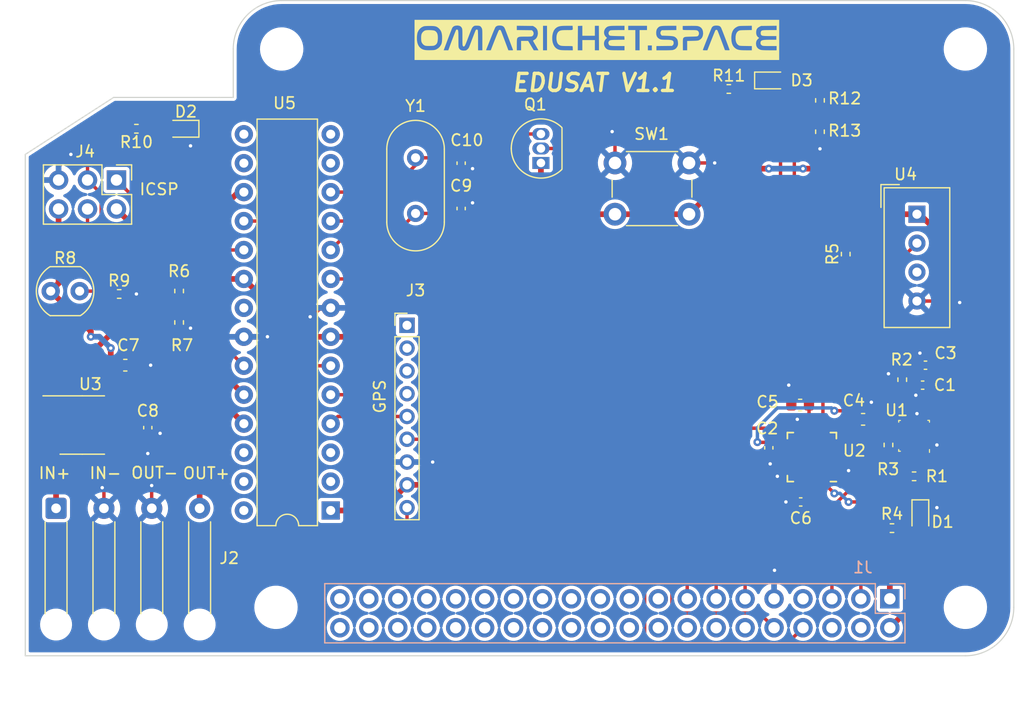
<source format=kicad_pcb>
(kicad_pcb (version 20211014) (generator pcbnew)
  (layers (0 "F.Cu" signal) (31 "B.Cu" power) (34 "B.Paste" user) (35 "F.Paste" user) (36 "B.SilkS" user "B.Silkscreen") (37 "F.SilkS" user "F.Silkscreen") (38 "B.Mask" user) (39 "F.Mask" user) (44 "Edge.Cuts" user))
  (net 0 "")
  (net 1 "+3V3")
  (net 2 "Net-(C5-Pad2)")
  (net 3 "RESET")
  (net 4 "13")
  (net 5 "/pwrled")
  (net 6 "/ardled")
  (net 7 "Net-(D3-Pad1)")
  (net 8 "TXD")
  (net 9 "SDA")
  (net 11 "SCL")
  (net 14 "RXD")
  (net 15 "INT")
  (net 17 "ADO")
  (net 20 "DHTOUT")
  (net 30 "Net-(C6-Pad1)")
  (net 44 "OP")
  (net 45 "IP")
  (net 50 "TX2")
  (net 51 "RX2")
  (net 52 "PPS")
  (net 53 "MOSI")
  (net 54 "MISO")
  (net 55 "RX")
  (net 56 "A1")
  (net 57 "A0")
  (net 58 "TX")
  (net 72 "A2")
  (net 84 "GND")
  (net 86 "/xtal1")
  (net 87 "/xtal2")
  (net 88 "/base")
  (net 89 "/SDO")
  (net 90 "/filter")
  (footprint "Resistor_SMD:R_0402_1005Metric" (layer "F.Cu") (at 175.34 92.56 90)
    (fp_text reference "R5")
    (fp_text value "4k7")
  )
  (footprint "Capacitor_SMD:C_0402_1005Metric" (layer "F.Cu") (at 141.59 84.58 -90)
    (fp_text reference "C10")
    (fp_text value "22pF")
  )
  (footprint "Resistor_SMD:R_0402_1005Metric" (layer "F.Cu") (at 181.34 112.06)
    (fp_text reference "R1")
    (fp_text value "4k7")
  )
  (footprint "Sensor_Motion:InvenSense_QFN-24_4x4mm_P0.5mm" (layer "F.Cu") (at 172.37 110.3725 180)
    (fp_text reference "U2")
    (fp_text value "MPU-6050")
  )
  (footprint "Resistor_SMD:R_0402_1005Metric" (layer "F.Cu") (at 116.84 95.8 -90)
    (fp_text reference "R6")
    (fp_text value "30k")
  )
  (footprint "Connector_PinHeader_2.00mm:PinHeader_1x09_P2.00mm_Vertical" (layer "F.Cu") (at 136.84 98.81)
    (fp_text reference "J3")
    (fp_text value "Conn_01x09_Male")
  )
  (footprint "Resistor_SMD:R_0402_1005Metric" (layer "F.Cu") (at 173.08 81.82 90)
    (fp_text reference "R13")
    (fp_text value "10k")
  )
  (footprint "Capacitor_SMD:C_0402_1005Metric" (layer "F.Cu") (at 182.34 102.31 180)
    (fp_text reference "C3")
    (fp_text value "100nF")
  )
  (footprint "MountingHole:MountingHole_3.2mm_M3" (layer "F.Cu") (at 185.84 74.56)
    (fp_text reference "H4" hide)
    (fp_text value "MountingHole")
  )
  (footprint "Package_SO:SOIC-8_3.9x4.9mm_P1.27mm" (layer "F.Cu") (at 108.34 107.56)
    (fp_text reference "U3")
    (fp_text value "ACS712xLCTR-05B")
  )
  (footprint "LED_SMD:LED_0603_1608Metric" (layer "F.Cu") (at 117.09 81.56 180)
    (fp_text reference "D2")
    (fp_text value "LED")
  )
  (footprint "Capacitor_SMD:C_0402_1005Metric" (layer "F.Cu") (at 171.39 114.31 180)
    (fp_text reference "C6")
    (fp_text value "2.2nF")
  )
  (footprint "Resistor_SMD:R_0402_1005Metric" (layer "F.Cu") (at 165.08 78.07)
    (fp_text reference "R11")
    (fp_text value "10k")
  )
  (footprint "Capacitor_SMD:C_0603_1608Metric" (layer "F.Cu") (at 171.34 105.81)
    (fp_text reference "C5")
    (fp_text value "0.1uF")
  )
  (footprint "MountingHole:MountingHole_3.2mm_M3" (layer "F.Cu") (at 185.84 123.56)
    (fp_text reference "H1" hide)
    (fp_text value "MountingHole")
  )
  (footprint "MountingHole:MountingHole_3.2mm_M3" (layer "F.Cu") (at 125.84 74.56)
    (fp_text reference "H3" hide)
    (fp_text value "MountingHole")
  )
  (footprint "OptoDevice:R_LDR_4.9x4.2mm_P2.54mm_Vertical" (layer "F.Cu") (at 105.57 95.81)
    (fp_text reference "R8")
    (fp_text value "R_Photo")
  )
  (footprint "Resistor_SMD:R_0402_1005Metric" (layer "F.Cu") (at 180.3 103.58 90)
    (fp_text reference "R2")
    (fp_text value "4k7")
  )
  (footprint "Button_Switch_THT:SW_PUSH_6mm" (layer "F.Cu") (at 155.09 84.56)
    (fp_text reference "SW1")
    (fp_text value "SW_Push")
  )
  (footprint "Capacitor_SMD:C_0402_1005Metric" (layer "F.Cu") (at 114.09 107.79 -90)
    (fp_text reference "C8")
    (fp_text value "1nF")
  )
  (footprint "LOGO" (layer "F.Cu") (at 153.5 73.75)
    (fp_text reference "G***" hide)
    (fp_text value "LOGO" hide)
  )
  (footprint "Diode_SMD:D_0603_1608Metric" (layer "F.Cu") (at 168.83 77.32)
    (fp_text reference "D3")
    (fp_text value "D")
  )
  (footprint "Capacitor_SMD:C_0402_1005Metric" (layer "F.Cu") (at 168.59 109.56 90)
    (fp_text reference "C2")
    (fp_text value "10nF")
  )
  (footprint "Package_TO_SOT_THT:TO-92_Inline" (layer "F.Cu") (at 148.59 84.56 90)
    (fp_text reference "Q1")
    (fp_text value "BC547")
  )
  (footprint "Resistor_SMD:R_0402_1005Metric" (layer "F.Cu") (at 113.09 81.56 180)
    (fp_text reference "R10")
    (fp_text value "330")
  )
  (footprint "Crystal:Crystal_HC49-4H_Vertical" (layer "F.Cu") (at 137.59 84.11 -90)
    (fp_text reference "Y1")
    (fp_text value "Crystal")
  )
  (footprint "Package_LGA:Bosch_LGA-8_2.5x2.5mm_P0.65mm_ClockwisePinNumbering" (layer "F.Cu") (at 181.34 108.51 180)
    (fp_text reference "U1")
    (fp_text value "BME280")
  )
  (footprint "Package_DIP:DIP-28_W7.62mm" (layer "F.Cu") (at 130.14 115.06 180)
    (fp_text reference "U5")
    (fp_text value "ATmega328P-P")
  )
  (footprint "LED_SMD:LED_0603_1608Metric" (layer "F.Cu") (at 181.89 115.61 -90)
    (fp_text reference "D1")
    (fp_text value "LED")
  )
  (footprint "MountingHole:MountingHole_3.2mm_M3" (layer "F.Cu") (at 125.34 123.56)
    (fp_text reference "H2" hide)
    (fp_text value "MountingHole")
  )
  (footprint "Resistor_SMD:R_0402_1005Metric" (layer "F.Cu") (at 179.4 116.61 180)
    (fp_text reference "R4")
    (fp_text value "330")
  )
  (footprint "Connector_Wire:SolderWire-0.25sqmm_1x04_P4.2mm_D0.65mm_OD1.7mm_Relief" (layer "F.Cu") (at 106.04 114.87)
    (fp_text reference "J2")
    (fp_text value "Conn_01x04_Male")
  )
  (footprint "Resistor_SMD:R_0402_1005Metric" (layer "F.Cu") (at 173.08 79.07 90)
    (fp_text reference "R12")
    (fp_text value "20k")
  )
  (footprint "Capacitor_SMD:C_0603_1608Metric" (layer "F.Cu") (at 112.115 102.31 180)
    (fp_text reference "C7")
    (fp_text value "0.1uF")
  )
  (footprint "Resistor_SMD:R_0402_1005Metric" (layer "F.Cu") (at 116.84 98.56 -90)
    (fp_text reference "R7")
    (fp_text value "7k5")
  )
  (footprint "Sensor:Aosong_DHT11_5.5x12.0_P2.54mm" (layer "F.Cu") (at 181.59 89.06)
    (fp_text reference "U4")
    (fp_text value "DHT11")
  )
  (footprint "Capacitor_SMD:C_0402_1005Metric" (layer "F.Cu") (at 182.09 104.06 180)
    (fp_text reference "C1")
    (fp_text value "100nF")
  )
  (footprint "Connector_PinHeader_2.54mm:PinHeader_2x03_P2.54mm_Vertical" (layer "F.Cu") (at 111.34 86.06 -90)
    (fp_text reference "J4")
    (fp_text value "Conn_02x03_Odd_Even")
  )
  (footprint "Capacitor_SMD:C_0402_1005Metric" (layer "F.Cu") (at 141.59 88.56 90)
    (fp_text reference "C9")
    (fp_text value "22pF")
  )
  (footprint "Resistor_SMD:R_0402_1005Metric" (layer "F.Cu") (at 179.09 109.31 90)
    (fp_text reference "R3")
    (fp_text value "4k7")
  )
  (footprint "Resistor_SMD:R_0402_1005Metric" (layer "F.Cu") (at 111.58 96.06)
    (fp_text reference "R9")
    (fp_text value "10k")
  )
  (footprint "Capacitor_SMD:C_0603_1608Metric" (layer "F.Cu") (at 176.865 107.06)
    (fp_text reference "C4")
    (fp_text value "0.1uF")
  )
  (footprint "Connector_PinSocket_2.54mm:PinSocket_2x20_P2.54mm_Vertical" (layer "B.Cu") (at 179.21 122.81 90)
    (fp_text reference "J1")
    (fp_text value "Conn_02x20_Odd_Even")
  )
  (gr_line (start 120.34 78.81) (end 121.59 78.81) (layer "Edge.Cuts") (width 0.1))
  (gr_line (start 185.84 127.81) (end 103.34 127.81) (layer "Edge.Cuts") (width 0.1))
  (gr_line (start 125.84 70.31) (end 185.84 70.31) (layer "Edge.Cuts") (width 0.1))
  (gr_arc (start 190.09 123.56) (mid 188.845204 126.565204) (end 185.84 127.81) (layer "Edge.Cuts") (width 0.1))
  (gr_line (start 103.34 127.81) (end 103.34 83.81) (layer "Edge.Cuts") (width 0.1))
  (gr_arc (start 185.84 70.31) (mid 188.845204 71.554796) (end 190.09 74.56) (layer "Edge.Cuts") (width 0.1))
  (gr_line (start 103.34 83.81) (end 111.09 78.81) (layer "Edge.Cuts") (width 0.1))
  (gr_arc (start 121.59 74.56) (mid 122.834796 71.554796) (end 125.84 70.31) (layer "Edge.Cuts") (width 0.1))
  (gr_line (start 111.09 78.81) (end 120.34 78.81) (layer "Edge.Cuts") (width 0.1))
  (gr_line (start 121.59 74.56) (end 121.59 78.81) (layer "Edge.Cuts") (width 0.1))
  (gr_line (start 190.09 123.56) (end 190.09 74.56) (layer "Edge.Cuts") (width 0.1))
  (gr_text "IN-" (at 110.37 111.78) (layer "F.SilkS") (effects (font (size 1 1))))
  (gr_text "ICSP" (at 115.09 86.87) (layer "F.SilkS") (effects (font (size 1 1))))
  (gr_text "GPS" (at 134.45 105.06 90) (layer "F.SilkS") (effects (font (size 1 1))))
  (gr_text "OUT+" (at 119.23 111.79) (layer "F.SilkS") (effects (font (size 1 1))))
  (gr_text "OUT-" (at 114.69 111.75) (layer "F.SilkS") (effects (font (size 1 1))))
  (gr_text "EDUSAT V1.1" (at 153.27 77.52) (layer "F.SilkS") (effects (font (size 1.5 1.5) (thickness 0.3) italic)))
  (gr_text "IN+" (at 105.91 111.78) (layer "F.SilkS") (effects (font (size 1 1))))
  (segment (start 178.89 116.61) (end 178.89 115.01) (width 0.5) (layer "F.Cu") (net 1))
  (segment (start 179.09 108.8) (end 180.45 108.8) (width 0.5) (layer "F.Cu") (net 1))
  (segment (start 177.33 108.8) (end 179.09 108.8) (width 0.3) (layer "F.Cu") (net 1))
  (segment (start 176.84 108.31) (end 177.33 108.8) (width 0.3) (layer "F.Cu") (net 1))
  (segment (start 176.09 107.06) (end 176.84 107.81) (width 0.3) (layer "F.Cu") (net 1))
  (segment (start 181.015 107.485) (end 181.015 108.235) (width 0.5) (layer "F.Cu") (net 1))
  (segment (start 181.59 89.06) (end 178.33 89.06) (width 0.5) (layer "F.Cu") (net 1))
  (segment (start 186.09 99.56) (end 186.14 99.51) (width 0.5) (layer "F.Cu") (net 1))
  (segment (start 181.665 108.885) (end 181.665 108.735) (width 0.5) (layer "F.Cu") (net 1))
  (segment (start 185.09 99.56) (end 186.09 99.56) (width 0.5) (layer "F.Cu") (net 1))
  (segment (start 178.59 120.81) (end 178.59 116.91) (width 0.5) (layer "F.Cu") (net 1))
  (segment (start 182.82 101.83) (end 185.09 99.56) (width 0.5) (layer "F.Cu") (net 1))
  (segment (start 181.85 112.06) (end 181.665 111.875) (width 0.5) (layer "F.Cu") (net 1))
  (segment (start 182.82 103.81) (end 182.82 102.31) (width 0.5) (layer "F.Cu") (net 1))
  (segment (start 175.34 106.31) (end 176.09 107.06) (width 0.3) (layer "F.Cu") (net 1))
  (segment (start 182.57 104.06) (end 182.82 103.81) (width 0.5) (layer "F.Cu") (net 1))
  (segment (start 168.59 109.08) (end 167.61 109.08) (width 0.3) (layer "F.Cu") (net 1))
  (segment (start 181.665 111.875) (end 181.665 109.535) (width 0.5) (layer "F.Cu") (net 1))
  (segment (start 178.33 89.06) (end 175.34 92.05) (width 0.5) (layer "F.Cu") (net 1))
  (segment (start 181.84 89.06) (end 181.59 89.06) (width 0.5) (layer "F.Cu") (net 1))
  (segment (start 178.59 116.91) (end 178.89 116.61) (width 0.5) (layer "F.Cu") (net 1))
  (segment (start 167.61 109.08) (end 167.59 109.06) (width 0.3) (layer "F.Cu") (net 1))
  (segment (start 175.84 107.31) (end 176.09 107.06) (width 0.3) (layer "F.Cu") (net 1))
  (segment (start 168.59 109.08) (end 170.3775 109.08) (width 0.3) (layer "F.Cu") (net 1))
  (segment (start 178.89 115.01) (end 180.59 113.31) (width 0.5) (layer "F.Cu") (net 1))
  (segment (start 186.14 93.36) (end 181.84 89.06) (width 0.5) (layer "F.Cu") (net 1))
  (segment (start 180.45 108.8) (end 181.015 108.235) (width 0.5) (layer "F.Cu") (net 1))
  (segment (start 173.12 108.4225) (end 173.12 107.53) (width 0.3) (layer "F.Cu") (net 1))
  (segment (start 182.57 104.06) (end 182.57 107.23) (width 0.5) (layer "F.Cu") (net 1))
  (segment (start 181.665 108.735) (end 182.315 108.085) (width 0.5) (layer "F.Cu") (net 1))
  (segment (start 186.14 99.51) (end 186.14 93.36) (width 0.5) (layer "F.Cu") (net 1))
  (segment (start 170.3775 109.08) (end 170.42 109.1225) (width 0.3) (layer "F.Cu") (net 1))
  (segment (start 173.34 107.31) (end 175.84 107.31) (width 0.3) (layer "F.Cu") (net 1))
  (segment (start 179.21 122.81) (end 179.21 121.43) (width 0.5) (layer "F.Cu") (net 1))
  (segment (start 181.84 113.31) (end 181.85 113.3) (width 0.5) (layer "F.Cu") (net 1))
  (segment (start 182.57 107.23) (end 182.315 107.485) (width 0.5) (layer "F.Cu") (net 1))
  (segment (start 179.21 121.43) (end 178.59 120.81) (width 0.5) (layer "F.Cu") (net 1))
  (segment (start 181.85 113.3) (end 181.85 112.06) (width 0.5) (layer "F.Cu") (net 1))
  (segment (start 173.12 107.53) (end 173.34 107.31) (width 0.3) (layer "F.Cu") (net 1))
  (segment (start 176.84 107.81) (end 176.84 108.31) (width 0.3) (layer "F.Cu") (net 1))
  (segment (start 181.665 108.885) (end 181.665 109.535) (width 0.5) (layer "F.Cu") (net 1))
  (segment (start 174.34 106.31) (end 175.34 106.31) (width 0.3) (layer "F.Cu") (net 1))
  (segment (start 182.82 102.31) (end 182.82 101.83) (width 0.5) (layer "F.Cu") (net 1))
  (segment (start 181.015 108.235) (end 181.665 108.885) (width 0.5) (layer "F.Cu") (net 1))
  (segment (start 182.315 108.085) (end 182.315 107.485) (width 0.5) (layer "F.Cu") (net 1))
  (segment (start 180.59 113.31) (end 181.84 113.31) (width 0.5) (layer "F.Cu") (net 1))
  (via (at 167.59 109.06) (size 0.7) (drill 0.3) (layers "F.Cu" "B.Cu") (net 1))
  (via (at 174.34 106.31) (size 0.7) (drill 0.3) (layers "F.Cu" "B.Cu") (net 1))
  (segment (start 169.34 106.06) (end 174.09 106.06) (width 0.3) (layer "B.Cu") (net 1))
  (segment (start 167.59 107.81) (end 169.34 106.06) (width 0.3) (layer "B.Cu") (net 1))
  (segment (start 167.59 109.06) (end 167.59 107.81) (width 0.3) (layer "B.Cu") (net 1))
  (segment (start 174.09 106.06) (end 174.34 106.31) (width 0.3) (layer "B.Cu") (net 1))
  (segment (start 172.12 105.815) (end 172.12 108.4225) (width 0.3) (layer "F.Cu") (net 2))
  (segment (start 187.34 87.81) (end 184.59 85.06) (width 0.5) (layer "F.Cu") (net 3))
  (segment (start 165.59 85.06) (end 161.59 89.06) (width 0.5) (layer "F.Cu") (net 3))
  (segment (start 106.26 91.33) (end 106.26 95.12) (width 0.5) (layer "F.Cu") (net 3))
  (segment (start 132.34 99.81) (end 132.59 99.56) (width 0.5) (layer "F.Cu") (net 3))
  (segment (start 179.21 125.35) (end 181.59 122.97) (width 0.5) (layer "F.Cu") (net 3))
  (segment (start 109.09 99.33) (end 109.09 99.81) (width 0.5) (layer "F.Cu") (net 3))
  (segment (start 106.5 91.57) (end 106.26 91.33) (width 0.3) (layer "F.Cu") (net 3))
  (segment (start 110.84 101.81) (end 111.34 102.31) (width 0.5) (layer "F.Cu") (net 3))
  (segment (start 155.09 89.06) (end 148.84 89.06) (width 0.5) (layer "F.Cu") (net 3))
  (segment (start 124.84 97.06) (end 124.84 97.56) (width 0.5) (layer "F.Cu") (net 3))
  (segment (start 108.8 91.38) (end 108.61 91.57) (width 0.3) (layer "F.Cu") (net 3))
  (segment (start 122.52 94.74) (end 120.52 94.74) (width 0.5) (layer "F.Cu") (net 3))
  (segment (start 105.57 95.81) (end 109.09 99.33) (width 0.5) (layer "F.Cu") (net 3))
  (segment (start 148.84 89.06) (end 148.59 88.81) (width 0.5) (layer "F.Cu") (net 3))
  (segment (start 132.59 99.56) (end 132.59 96.56) (width 0.5) (layer "F.Cu") (net 3))
  (segment (start 184.59 85.06) (end 171.59 85.06) (width 0.5) (layer "F.Cu") (net 3))
  (segment (start 108.8 88.6) (end 108.8 91.38) (width 0.3) (layer "F.Cu") (net 3))
  (segment (start 120.52 94.74) (end 119.09 93.31) (width 0.5) (layer "F.Cu") (net 3))
  (segment (start 155.09 89.06) (end 161.59 89.06) (width 0.5) (layer "F.Cu") (net 3))
  (segment (start 168.59 85.06) (end 165.59 85.06) (width 0.5) (layer "F.Cu") (net 3))
  (segment (start 136.84 112.81) (end 141.09 112.81) (width 0.5) (layer "F.Cu") (net 3))
  (segment (start 111.34 105.13) (end 110.815 105.655) (width 0.5) (layer "F.Cu") (net 3))
  (segment (start 124.84 97.56) (end 127.1 99.82) (width 0.5) (layer "F.Cu") (net 3))
  (segment (start 111.34 102.31) (end 111.34 105.13) (width 0.5) (layer "F.Cu") (net 3))
  (segment (start 108.07 93.31) (end 105.57 95.81) (width 0.5) (layer "F.Cu") (net 3))
  (segment (start 143.09 94.81) (end 142.59 94.31) (width 0.5) (layer "F.Cu") (net 3))
  (segment (start 143.09 110.81) (end 143.09 94.81) (width 0.5) (layer "F.Cu") (net 3))
  (segment (start 106.26 95.12) (end 105.57 95.81) (width 0.5) (layer "F.Cu") (net 3))
  (segment (start 108.61 91.57) (end 106.5 91.57) (width 0.3) (layer "F.Cu") (net 3))
  (segment (start 110.84 100.81) (end 110.84 101.81) (width 0.5) (layer "F.Cu") (net 3))
  (segment (start 143.84 94.06) (end 135.34 94.06) (width 0.5) (layer "F.Cu") (net 3))
  (segment (start 127.1 99.82) (end 130.14 99.82) (width 0.5) (layer "F.Cu") (net 3))
  (segment (start 181.59 119.81) (end 187.34 114.06) (width 0.5) (layer "F.Cu") (net 3))
  (segment (start 106.26 88.6) (end 106.26 91.33) (width 0.5) (layer "F.Cu") (net 3))
  (segment (start 148.59 88.81) (end 148.59 89.31) (width 0.5) (layer "F.Cu") (net 3))
  (segment (start 119.09 93.31) (end 108.07 93.31) (width 0.5) (layer "F.Cu") (net 3))
  (segment (start 122.52 94.74) (end 124.84 97.06) (width 0.5) (layer "F.Cu") (net 3))
  (segment (start 134.59 115.06) (end 136.84 112.81) (width 0.5) (layer "F.Cu") (net 3))
  (segment (start 132.59 96.56) (end 135.09 94.06) (width 0.5) (layer "F.Cu") (net 3))
  (segment (start 148.59 84.56) (end 148.59 88.81) (width 0.5) (layer "F.Cu") (net 3))
  (segment (start 132.33 99.82) (end 132.34 99.81) (width 0.5) (layer "F.Cu") (net 3))
  (segment (start 130.14 115.06) (end 134.59 115.06) (width 0.5) (layer "F.Cu") (net 3))
  (segment (start 148.59 89.31) (end 143.84 94.06) (width 0.5) (layer "F.Cu") (net 3))
  (segment (start 141.09 112.81) (end 143.09 110.81) (width 0.5) (layer "F.Cu") (net 3))
  (segment (start 187.34 114.06) (end 187.34 87.81) (width 0.5) (layer "F.Cu") (net 3))
  (segment (start 181.59 122.97) (end 181.59 119.81) (width 0.5) (layer "F.Cu") (net 3))
  (segment (start 130.14 99.82) (end 132.33 99.82) (width 0.5) (layer "F.Cu") (net 3))
  (via (at 110.84 100.81) (size 0.7) (drill 0.3) (layers "F.Cu" "B.Cu") (net 3))
  (via (at 109.09 99.81) (size 0.7) (drill 0.3) (layers "F.Cu" "B.Cu") (net 3))
  (via (at 168.59 85.06) (size 0.7) (drill 0.3) (layers "F.Cu" "B.Cu") (net 3))
  (via (at 171.59 85.06) (size 0.7) (drill 0.3) (layers "F.Cu" "B.Cu") (net 3))
  (segment (start 171.59 85.06) (end 168.59 85.06) (width 0.5) (layer "B.Cu") (net 3))
  (segment (start 109.09 99.81) (end 109.84 99.81) (width 0.5) (layer "B.Cu") (net 3))
  (segment (start 109.84 99.81) (end 110.84 100.81) (width 0.5) (layer "B.Cu") (net 3))
  (segment (start 111.84 81.56) (end 112.58 81.56) (width 0.3) (layer "F.Cu") (net 4))
  (segment (start 120.1 90.97) (end 120.12 90.95) (width 0.3) (layer "F.Cu") (net 4))
  (segment (start 108.8 86.06) (end 110 87.26) (width 0.3) (layer "F.Cu") (net 4))
  (segment (start 121.37 92.2) (end 122.52 92.2) (width 0.3) (layer "F.Cu") (net 4))
  (segment (start 108.8 84.6) (end 111.84 81.56) (width 0.3) (layer "F.Cu") (net 4))
  (segment (start 110.16 90.97) (end 120.1 90.97) (width 0.3) (layer "F.Cu") (net 4))
  (segment (start 120.12 90.95) (end 121.37 92.2) (width 0.3) (layer "F.Cu") (net 4))
  (segment (start 110 90.81) (end 110.16 90.97) (width 0.3) (layer "F.Cu") (net 4))
  (segment (start 110 87.26) (end 110 90.81) (width 0.3) (layer "F.Cu") (net 4))
  (segment (start 108.8 86.06) (end 108.8 84.6) (width 0.3) (layer "F.Cu") (net 4))
  (segment (start 179.91 116.61) (end 181.6775 116.61) (width 0.3) (layer "F.Cu") (net 5))
  (segment (start 181.6775 116.61) (end 181.89 116.3975) (width 0.3) (layer "F.Cu") (net 5))
  (segment (start 113.6 81.56) (end 116.3025 81.56) (width 0.3) (layer "F.Cu") (net 6))
  (segment (start 167.2925 78.07) (end 168.0425 77.32) (width 0.3) (layer "F.Cu") (net 7))
  (segment (start 165.59 78.07) (end 167.2925 78.07) (width 0.3) (layer "F.Cu") (net 7))
  (segment (start 169.6175 86.7825) (end 169.6175 77.32) (width 0.3) (layer "F.Cu") (net 8))
  (segment (start 170.07 126.87) (end 170.07 126.95) (width 0.3) (layer "F.Cu") (net 8))
  (segment (start 157.887845 126.95) (end 157.69 126.752155) (width 0.3) (layer "F.Cu") (net 8))
  (segment (start 157.69 98.71) (end 169.6175 86.7825) (width 0.3) (layer "F.Cu") (net 8))
  (segment (start 170.07 126.95) (end 157.887845 126.95) (width 0.3) (layer "F.Cu") (net 8))
  (segment (start 157.69 126.752155) (end 157.69 98.71) (width 0.3) (layer "F.Cu") (net 8))
  (segment (start 171.59 125.35) (end 170.07 126.87) (width 0.3) (layer "F.Cu") (net 8))
  (segment (start 175.59 114.31) (end 176.715 114.31) (width 0.3) (layer "F.Cu") (net 9))
  (segment (start 176.715 114.31) (end 176.67 114.355) (width 0.3) (layer "F.Cu") (net 9))
  (segment (start 180.83 110.27) (end 181.015 110.085) (width 0.3) (layer "F.Cu") (net 9))
  (segment (start 173.62 112.84) (end 174.34 113.56) (width 0.3) (layer "F.Cu") (net 9))
  (segment (start 176.715 114.31) (end 181.015 110.01) (width 0.3) (layer "F.Cu") (net 9))
  (segment (start 173.62 112.3225) (end 173.62 112.84) (width 0.3) (layer "F.Cu") (net 9))
  (segment (start 181.015 109.535) (end 181.015 110.085) (width 0.3) (layer "F.Cu") (net 9))
  (segment (start 176.67 114.355) (end 176.67 122.81) (width 0.3) (layer "F.Cu") (net 9))
  (segment (start 181.015 110.01) (end 181.015 109.535) (width 0.3) (layer "F.Cu") (net 9))
  (segment (start 180.83 112.06) (end 180.83 110.27) (width 0.3) (layer "F.Cu") (net 9))
  (via (at 175.59 114.31) (size 0.7) (drill 0.3) (layers "F.Cu" "B.Cu") (net 9))
  (via (at 174.34 113.56) (size 0.7) (drill 0.3) (layers "F.Cu" "B.Cu") (net 9))
  (segment (start 174.34 113.56) (end 174.84 113.56) (width 0.3) (layer "B.Cu") (net 9))
  (segment (start 174.84 113.56) (end 175.59 114.31) (width 0.3) (layer "B.Cu") (net 9))
  (segment (start 180.08 109.82) (end 180.365 109.535) (width 0.3) (layer "F.Cu") (net 11))
  (segment (start 179.09 109.82) (end 180.08 109.82) (width 0.3) (layer "F.Cu") (net 11))
  (segment (start 173.34 114.56) (end 173.12 114.34) (width 0.3) (layer "F.Cu") (net 11))
  (segment (start 174.35 114.56) (end 174.13 114.78) (width 0.3) (layer "F.Cu") (net 11))
  (segment (start 174.35 114.56) (end 173.34 114.56) (width 0.3) (layer "F.Cu") (net 11))
  (segment (start 173.12 114.34) (end 173.12 112.3225) (width 0.3) (layer "F.Cu") (net 11))
  (segment (start 174.13 114.78) (end 174.13 122.81) (width 0.3) (layer "F.Cu") (net 11))
  (segment (start 179.09 109.82) (end 174.35 114.56) (width 0.3) (layer "F.Cu") (net 11))
  (segment (start 160.09 97.56) (end 160.09 124.06) (width 0.3) (layer "F.Cu") (net 14))
  (segment (start 171.59 81.31) (end 170.83 82.07) (width 0.3) (layer "F.Cu") (net 14))
  (segment (start 160.09 124.06) (end 167.76 124.06) (width 0.3) (layer "F.Cu") (net 14))
  (segment (start 167.76 124.06) (end 169.05 125.35) (width 0.3) (layer "F.Cu") (net 14))
  (segment (start 173.08 81.31) (end 171.59 81.31) (width 0.3) (layer "F.Cu") (net 14))
  (segment (start 170.83 86.82) (end 160.09 97.56) (width 0.3) (layer "F.Cu") (net 14))
  (segment (start 170.83 82.07) (end 170.83 86.82) (width 0.3) (layer "F.Cu") (net 14))
  (segment (start 173.08 79.58) (end 173.08 81.31) (width 0.3) (layer "F.Cu") (net 14))
  (segment (start 167.06 107.84) (end 171.12 107.84) (width 0.3) (layer "F.Cu") (net 15))
  (segment (start 166.51 108.39) (end 167.06 107.84) (width 0.3) (layer "F.Cu") (net 15))
  (segment (start 166.51 108.39) (end 166.51 122.81) (width 0.3) (layer "F.Cu") (net 15))
  (segment (start 171.12 108.4225) (end 171.12 107.84) (width 0.3) (layer "F.Cu") (net 15))
  (segment (start 173.34 106.81) (end 173.34 101.06) (width 0.3) (layer "F.Cu") (net 17))
  (segment (start 173.09 100.81) (end 166.59 100.81) (width 0.3) (layer "F.Cu") (net 17))
  (segment (start 172.62 106.81) (end 173.34 106.81) (width 0.3) (layer "F.Cu") (net 17))
  (segment (start 166.59 100.81) (end 163.97 103.43) (width 0.3) (layer "F.Cu") (net 17))
  (segment (start 163.97 103.43) (end 163.97 122.81) (width 0.3) (layer "F.Cu") (net 17))
  (segment (start 173.34 101.06) (end 173.09 100.81) (width 0.3) (layer "F.Cu") (net 17))
  (segment (start 172.62 108.4225) (end 172.62 106.81) (width 0.3) (layer "F.Cu") (net 17))
  (segment (start 167.08 93.07) (end 175.34 93.07) (width 0.3) (layer "F.Cu") (net 20))
  (segment (start 175.34 93.07) (end 180.12 93.07) (width 0.3) (layer "F.Cu") (net 20))
  (segment (start 180.12 93.07) (end 181.59 91.6) (width 0.3) (layer "F.Cu") (net 20))
  (segment (start 161.43 122.81) (end 161.43 98.72) (width 0.3) (layer "F.Cu") (net 20))
  (segment (start 161.43 98.72) (end 167.08 93.07) (width 0.3) (layer "F.Cu") (net 20))
  (segment (start 171.59 113.81) (end 171.62 113.78) (width 0.3) (layer "F.Cu") (net 30))
  (segment (start 171.87 114.31) (end 171.87 114.09) (width 0.3) (layer "F.Cu") (net 30))
  (segment (start 171.87 114.09) (end 171.59 113.81) (width 0.3) (layer "F.Cu") (net 30))
  (segment (start 171.62 113.78) (end 171.62 112.81) (width 0.3) (layer "F.Cu") (net 30))
  (segment (start 105.865 108.195) (end 105.865 109.035) (width 0.5) (layer "F.Cu") (net 44))
  (segment (start 107.54 112.01) (end 117.29 112.01) (width 0.5) (layer "F.Cu") (net 44))
  (segment (start 105.865 110.335) (end 107.54 112.01) (width 0.5) (layer "F.Cu") (net 44))
  (segment (start 105.865 109.035) (end 105.84 109.06) (width 0.5) (layer "F.Cu") (net 44))
  (segment (start 117.29 112.01) (end 118.64 113.36) (width 0.5) (layer "F.Cu") (net 44))
  (segment (start 118.64 113.36) (end 118.64 114.87) (width 0.5) (layer "F.Cu") (net 44))
  (segment (start 105.865 109.465) (end 105.865 110.335) (width 0.5) (layer "F.Cu") (net 44))
  (segment (start 105.865 105.655) (end 105.865 104.535) (width 0.5) (layer "F.Cu") (net 45))
  (segment (start 104.09 111.56) (end 104.09 106.81) (width 0.5) (layer "F.Cu") (net 45))
  (segment (start 105.245 105.655) (end 105.865 105.655) (width 0.5) (layer "F.Cu") (net 45))
  (segment (start 105.865 106.925) (end 105.865 105.655) (width 0.5) (layer "F.Cu") (net 45))
  (segment (start 106.04 113.51) (end 104.09 111.56) (width 0.5) (layer "F.Cu") (net 45))
  (segment (start 104.09 106.81) (end 105.245 105.655) (width 0.5) (layer "F.Cu") (net 45))
  (segment (start 115.11 95.29) (end 116.84 95.29) (width 0.5) (layer "F.Cu") (net 45))
  (segment (start 106.04 114.87) (end 106.04 113.51) (width 0.5) (layer "F.Cu") (net 45))
  (segment (start 105.865 104.535) (end 115.11 95.29) (width 0.5) (layer "F.Cu") (net 45))
  (segment (start 136.84 106.81) (end 130.77 106.81) (width 0.3) (layer "F.Cu") (net 50))
  (segment (start 130.77 106.81) (end 130.14 107.44) (width 0.3) (layer "F.Cu") (net 50))
  (segment (start 138.84 108.81) (end 140.09 107.56) (width 0.3) (layer "F.Cu") (net 51))
  (segment (start 133.59 97.56) (end 133.59 103.81) (width 0.3) (layer "F.Cu") (net 51))
  (segment (start 132.5 104.9) (end 130.14 104.9) (width 0.3) (layer "F.Cu") (net 51))
  (segment (start 133.59 103.81) (end 132.5 104.9) (width 0.3) (layer "F.Cu") (net 51))
  (segment (start 136.84 108.81) (end 138.84 108.81) (width 0.3) (layer "F.Cu") (net 51))
  (segment (start 138.84 96.31) (end 134.84 96.31) (width 0.3) (layer "F.Cu") (net 51))
  (segment (start 140.09 97.56) (end 138.84 96.31) (width 0.3) (layer "F.Cu") (net 51))
  (segment (start 140.09 107.56) (end 140.09 97.56) (width 0.3) (layer "F.Cu") (net 51))
  (segment (start 134.84 96.31) (end 133.59 97.56) (width 0.3) (layer "F.Cu") (net 51))
  (segment (start 128.09 102.56) (end 128.29 102.36) (width 0.3) (layer "F.Cu") (net 52))
  (segment (start 136.84 114.81) (end 136.84 117.31) (width 0.3) (layer "F.Cu") (net 52))
  (segment (start 128.09 117.81) (end 128.09 102.56) (width 0.3) (layer "F.Cu") (net 52))
  (segment (start 128.29 102.36) (end 130.14 102.36) (width 0.3) (layer "F.Cu") (net 52))
  (segment (start 136.09 118.06) (end 128.34 118.06) (width 0.3) (layer "F.Cu") (net 52))
  (segment (start 136.84 117.31) (end 136.09 118.06) (width 0.3) (layer "F.Cu") (net 52))
  (segment (start 128.34 118.06) (end 128.09 117.81) (width 0.3) (layer "F.Cu") (net 52))
  (segment (start 122.03 87.12) (end 122.52 87.12) (width 0.5) (layer "F.Cu") (net 53))
  (segment (start 119.59 89.56) (end 122.03 87.12) (width 0.5) (layer "F.Cu") (net 53))
  (segment (start 111.34 88.6) (end 112.3 89.56) (width 0.5) (layer "F.Cu") (net 53))
  (segment (start 112.3 89.56) (end 119.59 89.56) (width 0.5) (layer "F.Cu") (net 53))
  (segment (start 125.03 86.79) (end 125.03 88.98) (width 0.3) (layer "F.Cu") (net 54))
  (segment (start 111.34 86.06) (end 113.67 88.39) (width 0.3) (layer "F.Cu") (net 54))
  (segment (start 119.07 88.39) (end 121.61 85.85) (width 0.3) (layer "F.Cu") (net 54))
  (segment (start 125.03 88.98) (end 124.35 89.66) (width 0.3) (layer "F.Cu") (net 54))
  (segment (start 113.67 88.39) (end 119.07 88.39) (width 0.3) (layer "F.Cu") (net 54))
  (segment (start 124.09 85.85) (end 125.03 86.79) (width 0.3) (layer "F.Cu") (net 54))
  (segment (start 121.61 85.85) (end 124.09 85.85) (width 0.3) (layer "F.Cu") (net 54))
  (segment (start 124.35 89.66) (end 122.52 89.66) (width 0.3) (layer "F.Cu") (net 54))
  (segment (start 134.09 78.56) (end 134.84 77.81) (width 0.3) (layer "F.Cu") (net 55))
  (segment (start 134.84 77.81) (end 142.34 77.81) (width 0.3) (layer "F.Cu") (net 55))
  (segment (start 130.14 89.66) (end 131.74 89.66) (width 0.3) (layer "F.Cu") (net 55))
  (segment (start 142.34 77.81) (end 146.55 82.02) (width 0.3) (layer "F.Cu") (net 55))
  (segment (start 134.09 87.31) (end 134.09 78.56) (width 0.3) (layer "F.Cu") (net 55))
  (segment (start 131.74 89.66) (end 134.09 87.31) (width 0.3) (layer "F.Cu") (net 55))
  (segment (start 146.55 82.02) (end 148.59 82.02) (width 0.3) (layer "F.Cu") (net 55))
  (segment (start 116.84 98.05) (end 117.961371 98.05) (width 0.5) (layer "F.Cu") (net 56))
  (segment (start 117.961371 98.05) (end 119.09 99.178629) (width 0.5) (layer "F.Cu") (net 56))
  (segment (start 116.84 96.31) (end 116.84 98.05) (width 0.5) (layer "F.Cu") (net 56))
  (segment (start 119.09 99.178629) (end 119.09 101.47) (width 0.5) (layer "F.Cu") (net 56))
  (segment (start 119.09 101.47) (end 122.52 104.9) (width 0.5) (layer "F.Cu") (net 56))
  (segment (start 108.11 95.81) (end 110.82 95.81) (width 0.3) (layer "F.Cu") (net 57))
  (segment (start 120.09 96.31) (end 120.09 99.93) (width 0.3) (layer "F.Cu") (net 57))
  (segment (start 118.09 94.31) (end 120.09 96.31) (width 0.3) (layer "F.Cu") (net 57))
  (segment (start 120.09 99.93) (end 122.52 102.36) (width 0.3) (layer "F.Cu") (net 57))
  (segment (start 112.09 94.31) (end 118.09 94.31) (width 0.3) (layer "F.Cu") (net 57))
  (segment (start 111.07 96.06) (end 111.07 95.33) (width 0.3) (layer "F.Cu") (net 57))
  (segment (start 111.07 95.33) (end 112.09 94.31) (width 0.3) (layer "F.Cu") (net 57))
  (segment (start 110.82 95.81) (end 111.07 96.06) (width 0.3) (layer "F.Cu") (net 57))
  (segment (start 133.34 85.56) (end 133.34 76.56) (width 0.3) (layer "F.Cu") (net 58))
  (segment (start 130.14 87.12) (end 131.78 87.12) (width 0.3) (layer "F.Cu") (net 58))
  (segment (start 133.34 76.56) (end 135.34 74.56) (width 0.3) (layer "F.Cu") (net 58))
  (segment (start 135.34 74.56) (end 170.32 74.56) (width 0.3) (layer "F.Cu") (net 58))
  (segment (start 173.08 77.32) (end 173.08 78.56) (width 0.3) (layer "F.Cu") (net 58))
  (segment (start 170.32 74.56) (end 173.08 77.32) (width 0.3) (layer "F.Cu") (net 58))
  (segment (start 131.78 87.12) (end 133.34 85.56) (width 0.3) (layer "F.Cu") (net 58))
  (segment (start 113.09 106.06) (end 121.14 106.06) (width 0.5) (layer "F.Cu") (net 72))
  (segment (start 121.14 106.06) (end 122.52 107.44) (width 0.5) (layer "F.Cu") (net 72))
  (segment (start 110.815 106.925) (end 112.225 106.925) (width 0.5) (layer "F.Cu") (net 72))
  (segment (start 112.225 106.925) (end 113.09 106.06) (width 0.5) (layer "F.Cu") (net 72))
  (segment (start 136.84 110.81) (end 139.09 110.81) (width 0.3) (layer "F.Cu") (net 84))
  (segment (start 177.59 107.01) (end 177.64 107.06) (width 0.3) (layer "F.Cu") (net 84))
  (segment (start 114.43 114.86) (end 114.44 114.87) (width 0.3) (layer "F.Cu") (net 84))
  (segment (start 183.3275 114.8225) (end 183.34 114.81) (width 0.3) (layer "F.Cu") (net 84))
  (segment (start 170.91 114.31) (end 170.09 114.31) (width 0.3) (layer "F.Cu") (net 84))
  (segment (start 169.05 120.35) (end 169.09 120.31) (width 0.3) (layer "F.Cu") (net 84))
  (segment (start 181.86 102.31) (end 181.86 101.26) (width 0.3) (layer "F.Cu") (net 84))
  (segment (start 114.09 108.27) (end 115.15 108.27) (width 0.3) (layer "F.Cu") (net 84))
  (segment (start 181.89 114.8225) (end 183.3275 114.8225) (width 0.3) (layer "F.Cu") (net 84))
  (segment (start 117.8775 83.0225) (end 117.84 83.06) (width 0.3) (layer "F.Cu") (net 84))
  (segment (start 170.42 111.6225) (end 169.7775 111.6225) (width 0.3) (layer "F.Cu") (net 84))
  (segment (start 170.565 105.81) (end 170.565 104.285) (width 0.5) (layer "F.Cu") (net 84))
  (segment (start 183.115 109.535) (end 183.34 109.31) (width 0.3) (layer "F.Cu") (net 84))
  (segment (start 110.815 109.465) (end 113.495 109.465) (width 0.5) (layer "F.Cu") (net 84))
  (segment (start 168.59 110.6) (end 168.71 110.72) (width 0.3) (layer "F.Cu") (net 84))
  (segment (start 169.05 122.81) (end 169.05 120.35) (width 0.3) (layer "F.Cu") (net 84))
  (segment (start 181.665 107.485) (end 181.665 106.635) (width 0.3) (layer "F.Cu") (net 84))
  (segment (start 175.5275 111.6225) (end 175.59 111.56) (width 0.3) (layer "F.Cu") (net 84))
  (segment (start 115.15 108.27) (end 115.17 108.29) (width 0.3) (layer "F.Cu") (net 84))
  (segment (start 179.1 103.07) (end 179.09 103.06) (width 0.3) (layer "F.Cu") (net 84))
  (segment (start 181.61 104.06) (end 181.61 104.828113) (width 0.3) (layer "F.Cu") (net 84))
  (segment (start 174.32 111.6225) (end 175.5275 111.6225) (width 0.3) (layer "F.Cu") (net 84))
  (segment (start 173.08 82.33) (end 173.08 83.32) (width 0.3) (layer "F.Cu") (net 84))
  (segment (start 171.09 107.06) (end 171.62 107.59) (width 0.3) (layer "F.Cu") (net 84))
  (segment (start 110.24 113.21) (end 110.09 113.06) (width 0.3) (layer "F.Cu") (net 84))
  (segment (start 114.43 112.87) (end 114.43 114.86) (width 0.3) (layer "F.Cu") (net 84))
  (segment (start 177.59 105.56) (end 177.59 107.01) (width 0.3) (layer "F.Cu") (net 84))
  (segment (start 112.09 96.06) (end 113.09 96.06) (width 0.3) (layer "F.Cu") (net 84))
  (segment (start 161.59 84.56) (end 163.84 84.56) (width 0.3) (layer "F.Cu") (net 84))
  (segment (start 116.84 99.07) (end 117.83 99.07) (width 0.3) (layer "F.Cu") (net 84))
  (segment (start 168.59 110.04) (end 168.59 110.6) (width 0.3) (layer "F.Cu") (net 84))
  (segment (start 141.59 88.08) (end 142.57 88.08) (width 0.3) (layer "F.Cu") (net 84))
  (segment (start 130.14 97.28) (end 129.12 97.28) (width 0.5) (layer "F.Cu") (net 84))
  (segment (start 117.83 99.07) (end 117.84 99.06) (width 0.3) (layer "F.Cu") (net 84))
  (segment (start 122.52 99.82) (end 124.58 99.82) (width 0.5) (layer "F.Cu") (net 84))
  (segment (start 181.665 106.635) (end 181.59 106.56) (width 0.3) (layer "F.Cu") (net 84))
  (segment (start 182.315 109.535) (end 183.115 109.535) (width 0.3) (layer "F.Cu") (net 84))
  (segment (start 124.58 99.82) (end 124.59 99.81) (width 0.5) (layer "F.Cu") (net 84))
  (segment (start 117.8775 81.56) (end 117.8775 83.0225) (width 0.3) (layer "F.Cu") (net 84))
  (segment (start 106.26 86.06) (end 106.26 84.89) (width 0.3) (layer "F.Cu") (net 84))
  (segment (start 155.09 82.06) (end 154.84 81.81) (width 0.3) (layer "F.Cu") (net 84))
  (segment (start 155.09 84.56) (end 155.09 82.06) (width 0.3) (layer "F.Cu") (net 84))
  (segment (start 141.59 85.06) (end 142.59 85.06) (width 0.3) (layer "F.Cu") (net 84))
  (segment (start 110.24 114.87) (end 110.24 113.21) (width 0.3) (layer "F.Cu") (net 84))
  (segment (start 113.495 109.465) (end 114.09 110.06) (width 0.5) (layer "F.Cu") (net 84))
  (segment (start 169.7775 111.6225) (end 169.34 112.06) (width 0.3) (layer "F.Cu") (net 84))
  (segment (start 181.61 104.828113) (end 181.491675 104.946438) (width 0.3) (layer "F.Cu") (net 84))
  (segment (start 171.62 107.59) (end 171.62 108.4225) (width 0.3) (layer "F.Cu") (net 84))
  (segment (start 181.59 96.68) (end 185.21 96.68) (width 0.3) (layer "F.Cu") (net 84))
  (segment (start 170.565 104.285) (end 170.34 104.06) (width 0.5) (layer "F.Cu") (net 84))
  (segment (start 112.89 102.31) (end 114.34 102.31) (width 0.3) (layer "F.Cu") (net 84))
  (segment (start 142.57 88.08) (end 142.59 88.06) (width 0.3) (layer "F.Cu") (net 84))
  (segment (start 181.86 101.26) (end 181.85 101.25) (width 0.3) (layer "F.Cu") (net 84))
  (segment (start 180.3 103.07) (end 179.1 103.07) (width 0.3) (layer "F.Cu") (net 84))
  (segment (start 185.21 96.68) (end 185.34 96.81) (width 0.3) (layer "F.Cu") (net 84))
  (segment (start 106.26 84.89) (end 107.34 83.81) (width 0.3) (layer "F.Cu") (net 84))
  (segment (start 129.12 97.28) (end 128.34 98.06) (width 0.5) (layer "F.Cu") (net 84))
  (via (at 115.17 108.29) (size 0.7) (drill 0.3) (layers "F.Cu" "B.Cu") (net 84))
  (via (at 168.71 110.97) (size 0.7) (drill 0.3) (layers "F.Cu" "B.Cu") (net 84))
  (via (at 169.34 112.06) (size 0.7) (drill 0.3) (layers "F.Cu" "B.Cu") (net 84))
  (via (at 139.09 110.81) (size 0.7) (drill 0.3) (layers "F.Cu" "B.Cu") (net 84))
  (via (at 179.09 103.06) (size 0.7) (drill 0.3) (layers "F.Cu" "B.Cu") (net 84))
  (via (at 183.34 109.31) (size 0.7) (drill 0.3) (layers "F.Cu" "B.Cu") (net 84))
  (via (at 170.09 114.31) (size 0.7) (drill 0.3) (layers "F.Cu" "B.Cu") (net 84))
  (via (at 142.59 85.06) (size 0.7) (drill 0.3) (layers "F.Cu" "B.Cu") (net 84))
  (via (at 183.34 114.81) (size 0.7) (drill 0.3) (layers "F.Cu" "B.Cu") (net 84))
  (via (at 128.34 98.06) (size 0.7) (drill 0.3) (layers "F.Cu" "B.Cu") (net 84))
  (via (at 170.34 104.06) (size 0.7) (drill 0.3) (layers "F.Cu" "B.Cu") (net 84))
  (via (at 185.34 96.81) (size 0.7) (drill 0.3) (layers "F.Cu" "B.Cu") (net 84))
  (via (at 169.09 120.31) (size 0.7) (drill 0.3) (layers "F.Cu" "B.Cu") (net 84))
  (via (at 181.491675 104.946438) (size 0.7) (drill 0.3) (layers "F.Cu" "B.Cu") (net 84))
  (via (at 154.84 81.81) (size 0.7) (drill 0.3) (layers "F.Cu" "B.Cu") (net 84))
  (via (at 114.09 110.06) (size 0.7) (drill 0.3) (layers "F.Cu" "B.Cu") (net 84))
  (via (at 177.59 105.56) (size 0.7) (drill 0.3) (layers "F.Cu" "B.Cu") (net 84))
  (via (at 142.59 88.06) (size 0.7) (drill 0.3) (layers "F.Cu" "B.Cu") (net 84))
  (via (at 117.84 83.06) (size 0.7) (drill 0.3) (layers "F.Cu" "B.Cu") (net 84))
  (via (at 181.85 101.25) (size 0.7) (drill 0.3) (layers "F.Cu" "B.Cu") (net 84))
  (via (at 173.08 83.32) (size 0.7) (drill 0.3) (layers "F.Cu" "B.Cu") (net 84))
  (via (at 163.84 84.56) (size 0.7) (drill 0.3) (layers "F.Cu" "B.Cu") (net 84))
  (via (at 181.59 106.56) (size 0.7) (drill 0.3) (layers "F.Cu" "B.Cu") (net 84))
  (via (at 117.84 99.06) (size 0.7) (drill 0.3) (layers "F.Cu" "B.Cu") (net 84))
  (via (at 171.09 107.06) (size 0.7) (drill 0.3) (layers "F.Cu" "B.Cu") (net 84))
  (via (at 113.09 96.06) (size 0.7) (drill 0.3) (layers "F.Cu" "B.Cu") (net 84))
  (via (at 175.59 111.56) (size 0.7) (drill 0.3) (layers "F.Cu" "B.Cu") (net 84))
  (via (at 114.34 102.31) (size 0.7) (drill 0.3) (layers "F.Cu" "B.Cu") (net 84))
  (via (at 124.59 99.81) (size 0.7) (drill 0.3) (layers "F.Cu" "B.Cu") (net 84))
  (via (at 114.43 112.87) (size 0.7) (drill 0.3) (layers "F.Cu" "B.Cu") (net 84))
  (via (at 110.09 113.06) (size 0.7) (drill 0.3) (layers "F.Cu" "B.Cu") (net 84))
  (via (at 107.34 83.81) (size 0.7) (drill 0.3) (layers "F.Cu" "B.Cu") (net 84))
  (segment (start 131.84 94.74) (end 137.59 88.99) (width 0.3) (layer "F.Cu") (net 86))
  (segment (start 141.54 88.99) (end 141.59 89.04) (width 0.3) (layer "F.Cu") (net 86))
  (segment (start 137.59 88.99) (end 141.54 88.99) (width 0.3) (layer "F.Cu") (net 86))
  (segment (start 130.14 94.74) (end 131.84 94.74) (width 0.3) (layer "F.Cu") (net 86))
  (segment (start 141.58 84.11) (end 141.59 84.1) (width 0.3) (layer "F.Cu") (net 87))
  (segment (start 137.59 84.11) (end 141.58 84.11) (width 0.3) (layer "F.Cu") (net 87))
  (segment (start 137.59 84.75) (end 137.59 84.11) (width 0.3) (layer "F.Cu") (net 87))
  (segment (start 130.14 92.2) (end 137.59 84.75) (width 0.3) (layer "F.Cu") (net 87))
  (segment (start 150.86 83.29) (end 151.09 83.06) (width 0.3) (layer "F.Cu") (net 88))
  (segment (start 156.08 78.07) (end 164.57 78.07) (width 0.3) (layer "F.Cu") (net 88))
  (segment (start 148.59 83.29) (end 150.86 83.29) (width 0.3) (layer "F.Cu") (net 88))
  (segment (start 151.09 83.06) (end 156.08 78.07) (width 0.3) (layer "F.Cu") (net 88))
  (segment (start 150.84 83.31) (end 151.09 83.06) (width 0.3) (layer "F.Cu") (net 88))
  (segment (start 180.365 104.155) (end 180.365 107.485) (width 0.3) (layer "F.Cu") (net 89))
  (segment (start 180.3 104.09) (end 180.365 104.155) (width 0.3) (layer "F.Cu") (net 89))
  (segment (start 113.020614 108.195) (end 113.905614 107.31) (width 0.5) (layer "F.Cu") (net 90))
  (segment (start 113.905614 107.31) (end 114.09 107.31) (width 0.5) (layer "F.Cu") (net 90))
  (segment (start 110.815 108.195) (end 113.020614 108.195) (width 0.5) (layer "F.Cu") (net 90))
  (zone (net 84) (net_name "GND") (layer "B.Cu") (connect_pads (clearance 0.3)) (min_thickness 0.25) (fill yes (thermal_gap 0.5) (thermal_bridge_width 0.5))
    (polygon (pts (xy 187.09 70.51) (xy 188.09 70.91) (xy 188.89 71.61) (xy 189.59 72.51) (xy 190.09 73.81) (xy 190.09 123.71) (xy 189.89 124.91) (xy 189.39 125.81) (xy 189.19 126.21) (xy 188.29 127.01) (xy 187.39 127.51) (xy 186.59 127.71) (xy 185.59 127.81) (xy 103.29 127.81) (xy 103.29 83.81) (xy 103.39 83.71) (xy 111.09 78.81) (xy 121.59 78.81) (xy 121.59 74.21) (xy 121.79 73.31) (xy 122.49 72.01) (xy 124.09 70.71) (xy 125.59 70.31) (xy 185.99 70.31)))
  )
)
</source>
